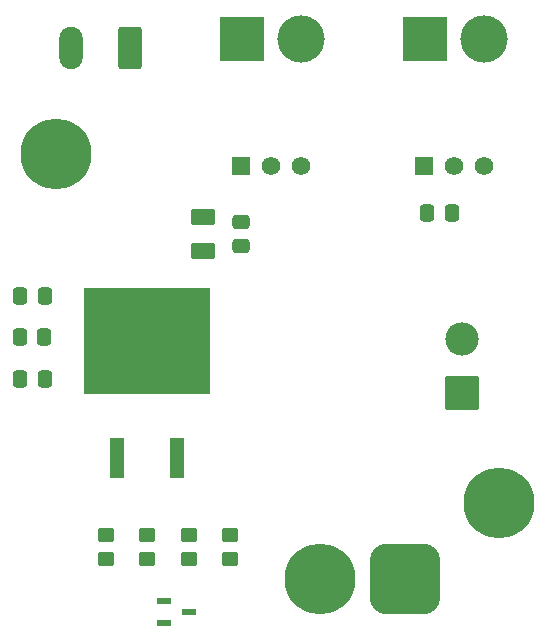
<source format=gts>
%TF.GenerationSoftware,KiCad,Pcbnew,8.0.2*%
%TF.CreationDate,2024-10-02T19:35:02-04:00*%
%TF.ProjectId,FewawiPowerBoard,46657761-7769-4506-9f77-6572426f6172,rev?*%
%TF.SameCoordinates,Original*%
%TF.FileFunction,Soldermask,Top*%
%TF.FilePolarity,Negative*%
%FSLAX46Y46*%
G04 Gerber Fmt 4.6, Leading zero omitted, Abs format (unit mm)*
G04 Created by KiCad (PCBNEW 8.0.2) date 2024-10-02 19:35:02*
%MOMM*%
%LPD*%
G01*
G04 APERTURE LIST*
G04 Aperture macros list*
%AMRoundRect*
0 Rectangle with rounded corners*
0 $1 Rounding radius*
0 $2 $3 $4 $5 $6 $7 $8 $9 X,Y pos of 4 corners*
0 Add a 4 corners polygon primitive as box body*
4,1,4,$2,$3,$4,$5,$6,$7,$8,$9,$2,$3,0*
0 Add four circle primitives for the rounded corners*
1,1,$1+$1,$2,$3*
1,1,$1+$1,$4,$5*
1,1,$1+$1,$6,$7*
1,1,$1+$1,$8,$9*
0 Add four rect primitives between the rounded corners*
20,1,$1+$1,$2,$3,$4,$5,0*
20,1,$1+$1,$4,$5,$6,$7,0*
20,1,$1+$1,$6,$7,$8,$9,0*
20,1,$1+$1,$8,$9,$2,$3,0*%
G04 Aperture macros list end*
%ADD10C,6.000000*%
%ADD11R,3.800000X3.800000*%
%ADD12C,4.000000*%
%ADD13RoundRect,0.102000X-0.900000X0.585000X-0.900000X-0.585000X0.900000X-0.585000X0.900000X0.585000X0*%
%ADD14R,1.257000X3.429000*%
%ADD15R,10.668000X9.017000*%
%ADD16RoundRect,0.250000X0.475000X-0.337500X0.475000X0.337500X-0.475000X0.337500X-0.475000X-0.337500X0*%
%ADD17RoundRect,0.250000X0.337500X0.475000X-0.337500X0.475000X-0.337500X-0.475000X0.337500X-0.475000X0*%
%ADD18RoundRect,0.102000X-0.679000X-0.679000X0.679000X-0.679000X0.679000X0.679000X-0.679000X0.679000X0*%
%ADD19C,1.562000*%
%ADD20RoundRect,0.250000X0.450000X-0.350000X0.450000X0.350000X-0.450000X0.350000X-0.450000X-0.350000X0*%
%ADD21RoundRect,1.500000X1.500000X1.500000X-1.500000X1.500000X-1.500000X-1.500000X1.500000X-1.500000X0*%
%ADD22R,1.300000X0.600000*%
%ADD23RoundRect,0.102000X1.312500X-1.312500X1.312500X1.312500X-1.312500X1.312500X-1.312500X-1.312500X0*%
%ADD24C,2.829000*%
%ADD25RoundRect,0.250000X0.750000X1.550000X-0.750000X1.550000X-0.750000X-1.550000X0.750000X-1.550000X0*%
%ADD26O,2.000000X3.600000*%
%ADD27RoundRect,0.250000X-0.450000X0.350000X-0.450000X-0.350000X0.450000X-0.350000X0.450000X0.350000X0*%
G04 APERTURE END LIST*
D10*
%TO.C,REF\u002A\u002A*%
X123250000Y-85250000D03*
%TD*%
D11*
%TO.C,J4*%
X117000000Y-46000000D03*
D12*
X122000000Y-46000000D03*
%TD*%
D10*
%TO.C,REF\u002A\u002A*%
X85750000Y-55750000D03*
%TD*%
D11*
%TO.C,J3*%
X101500000Y-46000000D03*
D12*
X106500000Y-46000000D03*
%TD*%
D13*
%TO.C,F1*%
X98250000Y-61030000D03*
X98250000Y-63970000D03*
%TD*%
D14*
%TO.C,Q1*%
X90920000Y-81500000D03*
D15*
X93460000Y-71594000D03*
D14*
X96000000Y-81500000D03*
%TD*%
D16*
%TO.C,C3*%
X101460000Y-63537500D03*
X101460000Y-61462500D03*
%TD*%
D17*
%TO.C,C7*%
X84825000Y-74750000D03*
X82750000Y-74750000D03*
%TD*%
D18*
%TO.C,U1*%
X116920000Y-56750000D03*
D19*
X119460000Y-56750000D03*
X122000000Y-56750000D03*
%TD*%
D20*
%TO.C,R4*%
X100500000Y-90000000D03*
X100500000Y-88000000D03*
%TD*%
D21*
%TO.C,J1*%
X115350000Y-91750000D03*
D10*
X108150000Y-91750000D03*
%TD*%
D17*
%TO.C,C1*%
X119287500Y-60750000D03*
X117212500Y-60750000D03*
%TD*%
D18*
%TO.C,PS1*%
X101420000Y-56750000D03*
D19*
X103960000Y-56750000D03*
X106500000Y-56750000D03*
%TD*%
D22*
%TO.C,Q2*%
X94900000Y-93550000D03*
X94900000Y-95450000D03*
X97000000Y-94500000D03*
%TD*%
D23*
%TO.C,SW1*%
X120160000Y-75982500D03*
D24*
X120160000Y-71382500D03*
%TD*%
D20*
%TO.C,R3*%
X97000000Y-90000000D03*
X97000000Y-88000000D03*
%TD*%
D25*
%TO.C,J2*%
X92000000Y-46777500D03*
D26*
X87000000Y-46777500D03*
%TD*%
D27*
%TO.C,R1*%
X90000000Y-88000000D03*
X90000000Y-90000000D03*
%TD*%
D17*
%TO.C,C5*%
X84787500Y-71250000D03*
X82712500Y-71250000D03*
%TD*%
D20*
%TO.C,R2*%
X93500000Y-90000000D03*
X93500000Y-88000000D03*
%TD*%
D17*
%TO.C,C6*%
X84825000Y-67750000D03*
X82750000Y-67750000D03*
%TD*%
M02*

</source>
